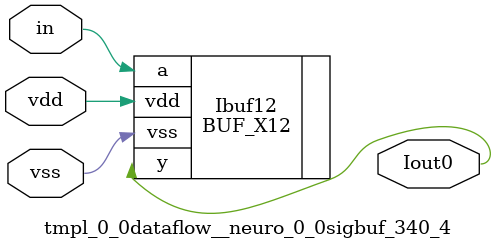
<source format=v>
module tmpl_0_0dataflow__neuro_0_0sigbuf_340_4(in, Iout0 , vdd, vss); 
   input vdd;
   input vss;
   input in;
   

// -- signals ---
   wire in;
   output Iout0 ;

// --- instances
BUF_X12 Ibuf12  (.y(Iout0 ), .a(in), .vdd(vdd), .vss(vss));
endmodule
</source>
